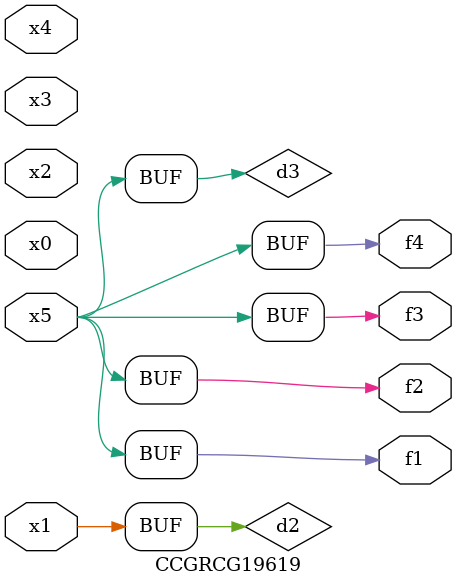
<source format=v>
module CCGRCG19619(
	input x0, x1, x2, x3, x4, x5,
	output f1, f2, f3, f4
);

	wire d1, d2, d3;

	not (d1, x5);
	or (d2, x1);
	xnor (d3, d1);
	assign f1 = d3;
	assign f2 = d3;
	assign f3 = d3;
	assign f4 = d3;
endmodule

</source>
